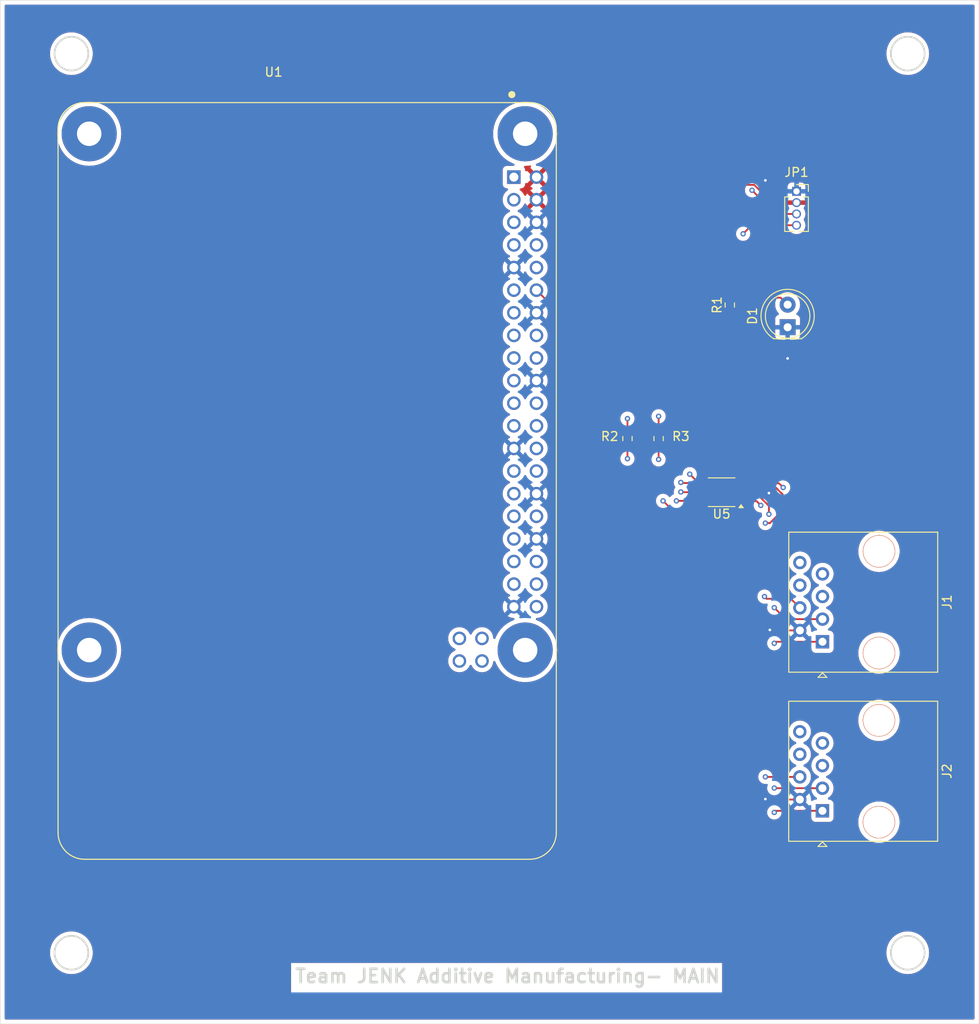
<source format=kicad_pcb>
(kicad_pcb (version 20240108) (generator "pcbnew") (generator_version "8.0")
  (title_block (title "Team JENK- Additive Manufacturing- Main") (date "2025-04-30") (rev "1") (company "Designed By: Evan Newcorn"))
  (layers (0 "F.Cu" signal "F.Cu (5V)") (1 "In1.Cu" signal "In1.Cu(3.3V)") (2 "In2.Cu" signal "In2.Cu(Signal)") (31 "B.Cu" signal "B.Cu (GND)") (34 "B.Paste" user) (35 "F.Paste" user) (36 "B.SilkS" user "B.Silkscreen") (37 "F.SilkS" user "F.Silkscreen") (38 "B.Mask" user) (39 "F.Mask" user) (44 "Edge.Cuts" user))
  (net 0 "")
  (net 1 "GND")
  (net 40 "/SCL")
  (net 41 "/3.3V")
  (net 42 "/5V")
  (net 44 "/SDA")
  (net 45 "/RDY")
  (net 46 "Net-(D1-A)")
  (net 48 "Net-(U1-GPIO18{slash}GPIO_GEN1)")
  (footprint "Package_SO:MSOP-10-1EP_3x3mm_P0.5mm_EP1.68x1.88mm" (layer "F.Cu") (at 143.0775 100.2675 180)
    (property "Reference" "U5" (at 0 -2.45 0) (layer "F.SilkS"))
    (property "Value" "ADS1115")
    (fp_line (start 0 1.61) (end 1.5 1.61) (stroke (width 0.12)) (layer "F.SilkS"))
    (fp_line (start 0 1.61) (end -1.5 1.61) (stroke (width 0.12)) (layer "F.SilkS"))
    (fp_line (start 0 -1.61) (end 1.5 -1.61) (stroke (width 0.12)) (layer "F.SilkS"))
    (fp_line (start 0 -1.61) (end -1.5 -1.61) (stroke (width 0.12)) (layer "F.SilkS"))
    (fp_poly (pts (xy -2.1875 -1.41) (xy -2.4275 -1.74) (xy -1.9475 -1.74) (xy -2.1875 -1.41)) (stroke (width 0.12)) (fill solid) (layer "F.SilkS"))
    (pad "1" smd roundrect (at -2.15 -1 180) (size 1.45 0.3) (layers "F.Cu" "F.Paste" "F.Mask") (net 41 "/3.3V"))
    (pad "2" smd roundrect (at -2.15 -0.5 180) (size 1.45 0.3) (layers "F.Cu" "F.Paste" "F.Mask") (net 45 "/RDY"))
    (pad "3" smd roundrect (at -2.15 0 180) (size 1.45 0.3) (layers "F.Cu" "F.Paste" "F.Mask") (net 1 "GND"))
    (pad "4" smd roundrect (at -2.15 0.5 180) (size 1.45 0.3) (layers "F.Cu" "F.Paste" "F.Mask") (net 40 "/SCL"))
    (pad "5" smd roundrect (at -2.15 1 180) (size 1.45 0.3) (layers "F.Cu" "F.Paste" "F.Mask") (net 44 "/SDA"))
    (pad "6" smd roundrect (at 2.15 1 180) (size 1.45 0.3) (layers "F.Cu" "F.Paste" "F.Mask") (net 40 "/SCL"))
    (pad "7" smd roundrect (at 2.15 0.5 180) (size 1.45 0.3) (layers "F.Cu" "F.Paste" "F.Mask") (net 44 "/SDA"))
    (pad "8" smd roundrect (at 2.15 0 180) (size 1.45 0.3) (layers "F.Cu" "F.Paste" "F.Mask") (net 41 "/3.3V"))
    (pad "9" smd roundrect (at 2.15 -0.5 180) (size 1.45 0.3) (layers "F.Cu" "F.Paste" "F.Mask") (net 44 "/SDA"))
    (pad "10" smd roundrect (at 2.15 -1 180) (size 1.45 0.3) (layers "F.Cu" "F.Paste" "F.Mask") (net 40 "/SCL"))
    (pad "11" smd rect (at 0 0 180) (size 1.68 1.88) (property pad_prop_heatsink) (layers "F.Cu" "F.Mask"))
  )
  (footprint "Connector_RJ:RJ45_OST_PJ012-8P8CX_Vertical" (layer "F.Cu") (at 154.4175 117.065 90)
    (property "Reference" "J1" (at 4.45 14 90) (layer "F.SilkS"))
    (property "Value" "RJ45")
    (fp_line (start 12.31 -3.79) (end 12.31 12.95) (stroke (width 0.12)) (layer "F.SilkS"))
    (fp_line (start 12.3 -3.79) (end -3.42 -3.79) (stroke (width 0.12)) (layer "F.SilkS"))
    (fp_line (start -3.42 -3.79) (end -3.42 12.95) (stroke (width 0.12)) (layer "F.SilkS"))
    (fp_line (start -4 -0.5) (end -4 0.5) (stroke (width 0.12)) (layer "F.SilkS"))
    (fp_line (start -3.5 0) (end -4 -0.5) (stroke (width 0.12)) (layer "F.SilkS"))
    (fp_line (start -4 0.5) (end -3.5 0) (stroke (width 0.12)) (layer "F.SilkS"))
    (fp_line (start 12.31 12.95) (end -3.42 12.95) (stroke (width 0.12)) (layer "F.SilkS"))
    (pad "" np_thru_hole circle (at -1.27 6.35 90) (size 3.65 3.65) (drill 3.45) (layers "*.Cu" "*.SilkS" "*.Mask"))
    (pad "" np_thru_hole circle (at 10.16 6.35 90) (size 3.65 3.65) (drill 3.45) (layers "*.Cu" "*.SilkS" "*.Mask"))
    (pad "1" thru_hole rect (at 0 0 90) (size 1.5 1.5) (drill 0.9) (layers "*.Cu" "*.Mask") (net 41 "/3.3V"))
    (pad "2" thru_hole circle (at 1.27 -2.54 90) (size 1.5 1.5) (drill 0.9) (layers "*.Cu" "*.Mask") (net 1 "GND"))
    (pad "3" thru_hole circle (at 2.54 0 90) (size 1.5 1.5) (drill 0.9) (layers "*.Cu" "*.Mask") (net 44 "/SDA"))
    (pad "4" thru_hole circle (at 3.81 -2.54 90) (size 1.5 1.5) (drill 0.9) (layers "*.Cu" "*.Mask") (net 40 "/SCL"))
    (pad "5" thru_hole circle (at 5.08 0 90) (size 1.5 1.5) (drill 0.9) (layers "*.Cu" "*.Mask"))
    (pad "6" thru_hole circle (at 6.35 -2.54 90) (size 1.5 1.5) (drill 0.9) (layers "*.Cu" "*.Mask"))
    (pad "7" thru_hole circle (at 7.62 0 90) (size 1.5 1.5) (drill 0.9) (layers "*.Cu" "*.Mask"))
    (pad "8" thru_hole circle (at 8.89 -2.54 90) (size 1.5 1.5) (drill 0.9) (layers "*.Cu" "*.Mask"))
  )
  (footprint "RASPBERRY_PI_4B_4GB (1):MODULE_RASPBERRY_PI_4B_4GB" (layer "F.Cu") (at 96.5 99 -90)
    (property "Reference" "U1" (at -45.93 3.77 180) (layer "F.SilkS"))
    (property "Value" "RASPBERRY_PI_5_4GB")
    (fp_line (start -39.5 28) (end 39.5 28) (stroke (width 0.127)) (layer "F.SilkS"))
    (fp_line (start 42.5 25) (end 42.5 -25) (stroke (width 0.127)) (layer "F.SilkS"))
    (fp_line (start -42.5 -25) (end -42.5 25) (stroke (width 0.127)) (layer "F.SilkS"))
    (fp_line (start 39.5 -28) (end -39.5 -28) (stroke (width 0.127)) (layer "F.SilkS"))
    (fp_arc (start -39.5 28) (mid -41.62132 27.12132) (end -42.5 25) (stroke (width 0.127)) (layer "F.SilkS"))
    (fp_arc (start 42.5 25) (mid 41.62132 27.12132) (end 39.5 28) (stroke (width 0.127)) (layer "F.SilkS"))
    (fp_arc (start -42.5 -25) (mid -41.62132 -27.12132) (end -39.5 -28) (stroke (width 0.127)) (layer "F.SilkS"))
    (fp_arc (start 39.5 -28) (mid 41.62132 -27.12132) (end 42.5 -25) (stroke (width 0.127)) (layer "F.SilkS"))
    (fp_circle (center -43.4 -23) (end -43.2 -23) (stroke (width 0.4)) (fill none) (layer "F.SilkS"))
    (pad "1" thru_hole rect (at -34.13 -23.23 270) (size 1.524 1.524) (drill 1.016) (layers "*.Cu" "*.Mask") (net 41 "/3.3V"))
    (pad "2" thru_hole circle (at -34.13 -25.77 270) (size 1.524 1.524) (drill 1.016) (layers "*.Cu" "*.Mask") (net 42 "/5V"))
    (pad "3" thru_hole circle (at -31.59 -23.23 270) (size 1.524 1.524) (drill 1.016) (layers "*.Cu" "*.Mask") (net 44 "/SDA"))
    (pad "4" thru_hole circle (at -31.59 -25.77 270) (size 1.524 1.524) (drill 1.016) (layers "*.Cu" "*.Mask") (net 42 "/5V"))
    (pad "5" thru_hole circle (at -29.05 -23.23 270) (size 1.524 1.524) (drill 1.016) (layers "*.Cu" "*.Mask") (net 40 "/SCL"))
    (pad "6" thru_hole circle (at -29.05 -25.77 270) (size 1.524 1.524) (drill 1.016) (layers "*.Cu" "*.Mask") (net 1 "GND"))
    (pad "7" thru_hole circle (at -26.51 -23.23 270) (size 1.524 1.524) (drill 1.016) (layers "*.Cu" "*.Mask"))
    (pad "8" thru_hole circle (at -26.51 -25.77 270) (size 1.524 1.524) (drill 1.016) (layers "*.Cu" "*.Mask"))
    (pad "9" thru_hole circle (at -23.97 -23.23 270) (size 1.524 1.524) (drill 1.016) (layers "*.Cu" "*.Mask") (net 1 "GND"))
    (pad "10" thru_hole circle (at -23.97 -25.77 270) (size 1.524 1.524) (drill 1.016) (layers "*.Cu" "*.Mask"))
    (pad "11" thru_hole circle (at -21.43 -23.23 270) (size 1.524 1.524) (drill 1.016) (layers "*.Cu" "*.Mask") (net 45 "/RDY"))
    (pad "12" thru_hole circle (at -21.43 -25.77 270) (size 1.524 1.524) (drill 1.016) (layers "*.Cu" "*.Mask") (net 48 "Net-(U1-GPIO18{slash}GPIO_GEN1)"))
    (pad "13" thru_hole circle (at -18.89 -23.23 270) (size 1.524 1.524) (drill 1.016) (layers "*.Cu" "*.Mask"))
    (pad "14" thru_hole circle (at -18.89 -25.77 270) (size 1.524 1.524) (drill 1.016) (layers "*.Cu" "*.Mask") (net 1 "GND"))
    (pad "15" thru_hole circle (at -16.35 -23.23 270) (size 1.524 1.524) (drill 1.016) (layers "*.Cu" "*.Mask"))
    (pad "16" thru_hole circle (at -16.35 -25.77 270) (size 1.524 1.524) (drill 1.016) (layers "*.Cu" "*.Mask"))
    (pad "17" thru_hole circle (at -13.81 -23.23 270) (size 1.524 1.524) (drill 1.016) (layers "*.Cu" "*.Mask") (net 41 "/3.3V"))
    (pad "18" thru_hole circle (at -13.81 -25.77 270) (size 1.524 1.524) (drill 1.016) (layers "*.Cu" "*.Mask"))
    (pad "19" thru_hole circle (at -11.27 -23.23 270) (size 1.524 1.524) (drill 1.016) (layers "*.Cu" "*.Mask"))
    (pad "20" thru_hole circle (at -11.27 -25.77 270) (size 1.524 1.524) (drill 1.016) (layers "*.Cu" "*.Mask") (net 1 "GND"))
    (pad "21" thru_hole circle (at -8.73 -23.23 270) (size 1.524 1.524) (drill 1.016) (layers "*.Cu" "*.Mask"))
    (pad "22" thru_hole circle (at -8.73 -25.77 270) (size 1.524 1.524) (drill 1.016) (layers "*.Cu" "*.Mask"))
    (pad "23" thru_hole circle (at -6.19 -23.23 270) (size 1.524 1.524) (drill 1.016) (layers "*.Cu" "*.Mask"))
    (pad "24" thru_hole circle (at -6.19 -25.77 270) (size 1.524 1.524) (drill 1.016) (layers "*.Cu" "*.Mask"))
    (pad "25" thru_hole circle (at -3.65 -23.23 270) (size 1.524 1.524) (drill 1.016) (layers "*.Cu" "*.Mask") (net 1 "GND"))
    (pad "26" thru_hole circle (at -3.65 -25.77 270) (size 1.524 1.524) (drill 1.016) (layers "*.Cu" "*.Mask"))
    (pad "27" thru_hole circle (at -1.11 -23.23 270) (size 1.524 1.524) (drill 1.016) (layers "*.Cu" "*.Mask"))
    (pad "28" thru_hole circle (at -1.11 -25.77 270) (size 1.524 1.524) (drill 1.016) (layers "*.Cu" "*.Mask"))
    (pad "29" thru_hole circle (at 1.43 -23.23 270) (size 1.524 1.524) (drill 1.016) (layers "*.Cu" "*.Mask"))
    (pad "30" thru_hole circle (at 1.43 -25.77 270) (size 1.524 1.524) (drill 1.016) (layers "*.Cu" "*.Mask") (net 1 "GND"))
    (pad "31" thru_hole circle (at 3.97 -23.23 270) (size 1.524 1.524) (drill 1.016) (layers "*.Cu" "*.Mask"))
    (pad "32" thru_hole circle (at 3.97 -25.77 270) (size 1.524 1.524) (drill 1.016) (layers "*.Cu" "*.Mask"))
    (pad "33" thru_hole circle (at 6.51 -23.23 270) (size 1.524 1.524) (drill 1.016) (layers "*.Cu" "*.Mask"))
    (pad "34" thru_hole circle (at 6.51 -25.77 270) (size 1.524 1.524) (drill 1.016) (layers "*.Cu" "*.Mask") (net 1 "GND"))
    (pad "35" thru_hole circle (at 9.05 -23.23 270) (size 1.524 1.524) (drill 1.016) (layers "*.Cu" "*.Mask"))
    (pad "36" thru_hole circle (at 9.05 -25.77 270) (size 1.524 1.524) (drill 1.016) (layers "*.Cu" "*.Mask"))
    (pad "37" thru_hole circle (at 11.59 -23.23 270) (size 1.524 1.524) (drill 1.016) (layers "*.Cu" "*.Mask"))
    (pad "38" thru_hole circle (at 11.59 -25.77 270) (size 1.524 1.524) (drill 1.016) (layers "*.Cu" "*.Mask"))
    (pad "39" thru_hole circle (at 14.13 -23.23 270) (size 1.524 1.524) (drill 1.016) (layers "*.Cu" "*.Mask") (net 1 "GND"))
    (pad "40" thru_hole circle (at 14.13 -25.77 270) (size 1.524 1.524) (drill 1.016) (layers "*.Cu" "*.Mask"))
    (pad "41" thru_hole circle (at 20.23 -17.107 270) (size 1.524 1.524) (drill 1.016) (layers "*.Cu" "*.Mask"))
    (pad "42" thru_hole circle (at 20.23 -19.647 270) (size 1.524 1.524) (drill 1.016) (layers "*.Cu" "*.Mask"))
    (pad "43" thru_hole circle (at 17.69 -17.107 270) (size 1.524 1.524) (drill 1.016) (layers "*.Cu" "*.Mask"))
    (pad "44" thru_hole circle (at 17.69 -19.647 270) (size 1.524 1.524) (drill 1.016) (layers "*.Cu" "*.Mask"))
    (pad "S1" thru_hole circle (at -39 -24.5 270) (size 6.2 6.2) (drill 2.75) (layers "*.Cu" "*.Mask"))
    (pad "S2" thru_hole circle (at 19 -24.5 270) (size 6.2 6.2) (drill 2.75) (layers "*.Cu" "*.Mask"))
    (pad "S3" thru_hole circle (at 19 24.5 270) (size 6.2 6.2) (drill 2.75) (layers "*.Cu" "*.Mask"))
    (pad "S4" thru_hole circle (at -39 24.5 270) (size 6.2 6.2) (drill 2.75) (layers "*.Cu" "*.Mask"))
  )
  (footprint "Resistor_SMD:R_0603_1608Metric" (layer "F.Cu") (at 143.9975 79.2375 90)
    (property "Reference" "R1" (at 0 -1.43 90) (layer "F.SilkS"))
    (property "Value" "100")
    (fp_line (start -0.237258 -0.5225) (end 0.237258 -0.5225) (stroke (width 0.12)) (layer "F.SilkS"))
    (fp_line (start -0.237258 0.5225) (end 0.237258 0.5225) (stroke (width 0.12)) (layer "F.SilkS"))
    (pad "1" smd roundrect (at -0.825 0 90) (size 0.8 0.95) (layers "F.Cu" "F.Paste" "F.Mask") (net 48 "Net-(U1-GPIO18{slash}GPIO_GEN1)"))
    (pad "2" smd roundrect (at 0.825 0 90) (size 0.8 0.95) (layers "F.Cu" "F.Paste" "F.Mask") (net 46 "Net-(D1-A)"))
  )
  (footprint "Resistor_SMD:R_0603_1608Metric" (layer "F.Cu") (at 132.4975 94.2375 -90)
    (property "Reference" "R2" (at -0.2375 1.9975 0) (layer "F.SilkS"))
    (property "Value" "4.7k")
    (fp_line (start -0.237258 0.5225) (end 0.237258 0.5225) (stroke (width 0.12)) (layer "F.SilkS"))
    (fp_line (start -0.237258 -0.5225) (end 0.237258 -0.5225) (stroke (width 0.12)) (layer "F.SilkS"))
    (pad "1" smd roundrect (at -0.825 0 270) (size 0.8 0.95) (layers "F.Cu" "F.Paste" "F.Mask") (net 40 "/SCL"))
    (pad "2" smd roundrect (at 0.825 0 270) (size 0.8 0.95) (layers "F.Cu" "F.Paste" "F.Mask") (net 41 "/3.3V"))
  )
  (footprint "Connector_PinSocket_1.27mm:PinSocket_1x04_P1.27mm_Vertical" (layer "F.Cu") (at 151.4975 66.4675)
    (property "Reference" "JP1" (at 0 -2.135 0) (layer "F.SilkS"))
    (property "Value" "LCD1602")
    (fp_line (start -1.33 0.635) (end -1.33 4.505) (stroke (width 0.12)) (layer "F.SilkS"))
    (fp_line (start -1.33 0.635) (end -0.76 0.635) (stroke (width 0.12)) (layer "F.SilkS"))
    (fp_line (start -1.33 4.505) (end -0.30753 4.505) (stroke (width 0.12)) (layer "F.SilkS"))
    (fp_line (start 0 -0.76) (end 1.33 -0.76) (stroke (width 0.12)) (layer "F.SilkS"))
    (fp_line (start 0.30753 4.505) (end 1.33 4.505) (stroke (width 0.12)) (layer "F.SilkS"))
    (fp_line (start 0.76 0.635) (end 1.33 0.635) (stroke (width 0.12)) (layer "F.SilkS"))
    (fp_line (start 1.33 -0.76) (end 1.33 0) (stroke (width 0.12)) (layer "F.SilkS"))
    (fp_line (start 1.33 0.635) (end 1.33 4.505) (stroke (width 0.12)) (layer "F.SilkS"))
    (pad "1" thru_hole rect (at 0 0) (size 1 1) (drill 0.7) (layers "*.Cu" "*.Mask") (net 1 "GND"))
    (pad "2" thru_hole oval (at 0 1.27) (size 1 1) (drill 0.7) (layers "*.Cu" "*.Mask") (net 42 "/5V"))
    (pad "3" thru_hole oval (at 0 2.54) (size 1 1) (drill 0.7) (layers "*.Cu" "*.Mask") (net 44 "/SDA"))
    (pad "4" thru_hole oval (at 0 3.81) (size 1 1) (drill 0.7) (layers "*.Cu" "*.Mask") (net 40 "/SCL"))
  )
  (footprint "Resistor_SMD:R_0603_1608Metric" (layer "F.Cu") (at 135.9975 94.2475 -90)
    (property "Reference" "R3" (at -0.2475 -2.5025 360) (layer "F.SilkS"))
    (property "Value" "4.7k")
    (fp_line (start -0.237258 0.5225) (end 0.237258 0.5225) (stroke (width 0.12)) (layer "F.SilkS"))
    (fp_line (start -0.237258 -0.5225) (end 0.237258 -0.5225) (stroke (width 0.12)) (layer "F.SilkS"))
    (pad "1" smd roundrect (at -0.825 0 270) (size 0.8 0.95) (layers "F.Cu" "F.Paste" "F.Mask") (net 44 "/SDA"))
    (pad "2" smd roundrect (at 0.825 0 270) (size 0.8 0.95) (layers "F.Cu" "F.Paste" "F.Mask") (net 41 "/3.3V"))
  )
  (footprint "LED_THT:LED_D5.0mm" (layer "F.Cu") (at 150.4975 81.7375 90)
    (property "Reference" "D1" (at 1.27 -3.96 90) (layer "F.SilkS"))
    (property "Value" "LED")
    (fp_line (start -1.29 -1.545) (end -1.29 1.545) (stroke (width 0.12)) (layer "F.SilkS"))
    (fp_arc (start -1.29 -1.54483) (mid 2.072002 -2.880433) (end 4.26 0.000462) (stroke (width 0.12)) (layer "F.SilkS"))
    (fp_arc (start 4.26 -0.000462) (mid 2.072002 2.880433) (end -1.29 1.54483) (stroke (width 0.12)) (layer "F.SilkS"))
    (fp_circle (center 1.27 0) (end 3.77 0) (stroke (width 0.12)) (fill none) (layer "F.SilkS"))
    (pad "1" thru_hole rect (at 0 0 90) (size 1.8 1.8) (drill 0.9) (layers "*.Cu" "*.Mask") (net 1 "GND"))
    (pad "2" thru_hole circle (at 2.54 0 90) (size 1.8 1.8) (drill 0.9) (layers "*.Cu" "*.Mask") (net 46 "Net-(D1-A)"))
  )
  (footprint "Connector_RJ:RJ45_OST_PJ012-8P8CX_Vertical" (layer "F.Cu") (at 154.410982 136.058271 90)
    (property "Reference" "J2" (at 4.45 14 90) (layer "F.SilkS"))
    (property "Value" "RJ45")
    (fp_line (start 12.31 -3.79) (end 12.31 12.95) (stroke (width 0.12)) (layer "F.SilkS"))
    (fp_line (start 12.3 -3.79) (end -3.42 -3.79) (stroke (width 0.12)) (layer "F.SilkS"))
    (fp_line (start -3.42 -3.79) (end -3.42 12.95) (stroke (width 0.12)) (layer "F.SilkS"))
    (fp_line (start -4 -0.5) (end -4 0.5) (stroke (width 0.12)) (layer "F.SilkS"))
    (fp_line (start -3.5 0) (end -4 -0.5) (stroke (width 0.12)) (layer "F.SilkS"))
    (fp_line (start -4 0.5) (end -3.5 0) (stroke (width 0.12)) (layer "F.SilkS"))
    (fp_line (start 12.31 12.95) (end -3.42 12.95) (stroke (width 0.12)) (layer "F.SilkS"))
    (pad "" np_thru_hole circle (at -1.27 6.35 90) (size 3.65 3.65) (drill 3.45) (layers "*.Cu" "*.SilkS" "*.Mask"))
    (pad "" np_thru_hole circle (at 10.16 6.35 90) (size 3.65 3.65) (drill 3.45) (layers "*.Cu" "*.SilkS" "*.Mask"))
    (pad "1" thru_hole rect (at 0 0 90) (size 1.5 1.5) (drill 0.9) (layers "*.Cu" "*.Mask") (net 41 "/3.3V"))
    (pad "2" thru_hole circle (at 1.27 -2.54 90) (size 1.5 1.5) (drill 0.9) (layers "*.Cu" "*.Mask") (net 1 "GND"))
    (pad "3" thru_hole circle (at 2.54 0 90) (size 1.5 1.5) (drill 0.9) (layers "*.Cu" "*.Mask") (net 44 "/SDA"))
    (pad "4" thru_hole circle (at 3.81 -2.54 90) (size 1.5 1.5) (drill 0.9) (layers "*.Cu" "*.Mask") (net 40 "/SCL"))
    (pad "5" thru_hole circle (at 5.08 0 90) (size 1.5 1.5) (drill 0.9) (layers "*.Cu" "*.Mask"))
    (pad "6" thru_hole circle (at 6.35 -2.54 90) (size 1.5 1.5) (drill 0.9) (layers "*.Cu" "*.Mask"))
    (pad "7" thru_hole circle (at 7.62 0 90) (size 1.5 1.5) (drill 0.9) (layers "*.Cu" "*.Mask"))
    (pad "8" thru_hole circle (at 8.89 -2.54 90) (size 1.5 1.5) (drill 0.9) (layers "*.Cu" "*.Mask"))
  )
  (gr_circle (center 164 51) (end 165.9 51) (stroke (width 0.2)) (fill none) (layer "Edge.Cuts"))
  (gr_line (start 62 160) (end 62 45) (stroke (width 0.05)) (layer "Edge.Cuts"))
  (gr_line (start 62 45) (end 172 45) (stroke (width 0.05)) (layer "Edge.Cuts"))
  (gr_line (start 172 45) (end 172 160) (stroke (width 0.05)) (layer "Edge.Cuts"))
  (gr_line (start 172 160) (end 62 160) (stroke (width 0.05)) (layer "Edge.Cuts"))
  (gr_circle (center 164 152) (end 165.9 152) (stroke (width 0.2)) (fill none) (layer "Edge.Cuts"))
  (gr_circle (center 70 152) (end 71.9 152) (stroke (width 0.2)) (fill none) (layer "Edge.Cuts"))
  (gr_circle (center 70 51) (end 71.9 51) (stroke (width 0.2)) (fill none) (layer "Edge.Cuts"))
  (gr_text "Team JENK Additive Manufacturing- MAIN" (at 95 155.5 0) (layer "Edge.Cuts") (effects (font (size 1.5 1.5) (thickness 0.3) (bold yes)) (justify left bottom)))
  (segment (start 148.048271 134.788271) (end 147.9975 134.7375) (width 0.2) (layer "F.Cu") (net 1))
  (segment (start 151.8775 115.795) (end 148.555 115.795) (width 0.2) (layer "F.Cu") (net 1))
  (segment (start 148.3975 100.3675) (end 148.2975 100.2675) (width 0.2) (layer "F.Cu") (net 1))
  (segment (start 150.4975 81.7375) (end 150.4975 85.2375) (width 0.2) (layer "F.Cu") (net 1))
  (segment (start 151.870982 134.788271) (end 148.048271 134.788271) (width 0.2) (layer "F.Cu") (net 1))
  (segment (start 148.2975 100.2675) (end 145.2275 100.2675) (width 0.2) (layer "F.Cu") (net 1))
  (segment (start 148.555 115.795) (end 148.4975 115.7375) (width 0.2) (layer "F.Cu") (net 1))
  (segment (start 151.4975 66.4675) (end 149.2275 66.4675) (width 0.2) (layer "F.Cu") (net 1))
  (segment (start 149.2275 66.4675) (end 147.9975 65.2375) (width 0.2) (layer "F.Cu") (net 1))
  (via (at 148.3975 100.3675) (size 0.6) (drill 0.3) (layers "F.Cu" "B.Cu") (net 1))
  (via (at 148.4975 115.7375) (size 0.6) (drill 0.3) (layers "F.Cu" "B.Cu") (net 1))
  (via (at 147.9975 65.2375) (size 0.6) (drill 0.3) (layers "F.Cu" "B.Cu") (net 1))
  (via (at 147.9975 134.7375) (size 0.6) (drill 0.3) (layers "F.Cu" "B.Cu") (net 1))
  (via (at 150.4975 85.2375) (size 0.6) (drill 0.3) (layers "F.Cu" "B.Cu") (net 1))
  (segment (start 146.9975 117.2375) (end 148.4975 115.7375) (width 0.2) (layer "B.Cu") (net 1))
  (segment (start 146.9975 133.7375) (end 146.9975 117.2375) (width 0.2) (layer "B.Cu") (net 1))
  (segment (start 147.9975 134.7375) (end 146.9975 133.7375) (width 0.2) (layer "B.Cu") (net 1))
  (segment (start 149.93 102.305) (end 149.93 100.5) (width 0.2) (layer "F.Cu") (net 40))
  (segment (start 150.86 112.2375) (end 151.8775 113.255) (width 0.2) (layer "F.Cu") (net 40))
  (segment (start 149.1975 99.7675) (end 145.2275 99.7675) (width 0.2) (layer "F.Cu") (net 40))
  (segment (start 148.4975 103.7375) (end 149.93 102.305) (width 0.2) (layer "F.Cu") (net 40))
  (segment (start 149.748971 100.3375) (end 149.3975 99.986029) (width 0.2) (layer "F.Cu") (net 40))
  (segment (start 139.9575 102.2375) (end 140.9275 101.2675) (width 0.2) (layer "F.Cu") (net 40))
  (segment (start 145.4975 71.2375) (end 146.4575 70.2775) (width 0.2) (layer "F.Cu") (net 40))
  (segment (start 149.3975 99.9675) (end 149.1975 99.7675) (width 0.2) (layer "F.Cu") (net 40))
  (segment (start 136.4975 101.2375) (end 137.4975 102.2375) (width 0.2) (layer "F.Cu") (net 40))
  (segment (start 146.4575 70.2775) (end 151.4975 70.2775) (width 0.2) (layer "F.Cu") (net 40))
  (segment (start 140.5275 99.2675) (end 139.4975 98.2375) (width 0.2) (layer "F.Cu") (net 40))
  (segment (start 148.1475 112.2375) (end 150.86 112.2375) (width 0.2) (layer "F.Cu") (net 40))
  (segment (start 147.9975 132.2375) (end 148.008271 132.248271) (width 0.2) (layer "F.Cu") (net 40))
  (segment (start 147.8975 111.9875) (end 148.1475 112.2375) (width 0.2) (layer "F.Cu") (net 40))
  (segment (start 149.93 100.5) (end 149.7675 100.3375) (width 0.2) (layer "F.Cu") (net 40))
  (segment (start 132.4975 92) (end 132.4975 93.7275) (width 0.2) (layer "F.Cu") (net 40))
  (segment (start 147.9975 103.7375) (end 148.4975 103.7375) (width 0.2) (layer "F.Cu") (net 40))
  (segment (start 149.7675 100.3375) (end 149.748971 100.3375) (width 0.2) (layer "F.Cu") (net 40))
  (segment (start 137.4975 102.2375) (end 139.9575 102.2375) (width 0.2) (layer "F.Cu") (net 40))
  (segment (start 149.3975 99.986029) (end 149.3975 99.9675) (width 0.2) (layer "F.Cu") (net 40))
  (segment (start 148.008271 132.248271) (end 151.870982 132.248271) (width 0.2) (layer "F.Cu") (net 40))
  (segment (start 140.9275 99.2675) (end 140.5275 99.2675) (width 0.2) (layer "F.Cu") (net 40))
  (via (at 147.9975 132.2375) (size 0.6) (drill 0.3) (layers "F.Cu" "B.Cu") (net 40))
  (via (at 147.8975 111.9875) (size 0.6) (drill 0.3) (layers "F.Cu" "B.Cu") (net 40))
  (via (at 145.4975 71.2375) (size 0.6) (drill 0.3) (layers "F.Cu" "B.Cu") (net 40))
  (via (at 132.4975 92) (size 0.6) (drill 0.3) (layers "F.Cu" "B.Cu") (net 40))
  (via (at 147.9975 103.7375) (size 0.6) (drill 0.3) (layers "F.Cu" "B.Cu") (net 40))
  (via (at 136.4975 101.2375) (size 0.6) (drill 0.3) (layers "F.Cu" "B.Cu") (net 40))
  (via (at 139.4975 98.2375) (size 0.6) (drill 0.3) (layers "F.Cu" "B.Cu") (net 40))
  (segment (start 154.410982 136.058271) (end 149.176729 136.058271) (width 0.2) (layer "F.Cu") (net 41))
  (segment (start 140.9275 100.2675) (end 138.5275 100.2675) (width 0.2) (layer "F.Cu") (net 41))
  (segment (start 154.4175 117.065) (end 149.17 117.065) (width 0.2) (layer "F.Cu") (net 41))
  (segment (start 149.176729 136.058271) (end 148.9975 136.2375) (width 0.2) (layer "F.Cu") (net 41))
  (segment (start 147.48693 101.74807) (end 147.00636 101.2675) (width 0.2) (layer "F.Cu") (net 41))
  (segment (start 132.4975 94.7475) (end 132.4975 96.5) (width 0.2) (layer "F.Cu") (net 41))
  (segment (start 149.17 117.065) (end 148.9975 117.2375) (width 0.2) (layer "F.Cu") (net 41))
  (segment (start 147.00636 101.2675) (end 145.2275 101.2675) (width 0.2) (layer "F.Cu") (net 41))
  (segment (start 135.9975 94.7575) (end 135.9975 96.585522) (width 0.2) (layer "F.Cu") (net 41))
  (segment (start 138.5275 100.2675) (end 138.4975 100.2375) (width 0.2) (layer "F.Cu") (net 41))
  (via (at 147.48693 101.74807) (size 0.6) (drill 0.3) (layers "F.Cu" "B.Cu") (net 41))
  (via (at 135.9975 96.585522) (size 0.6) (drill 0.3) (layers "F.Cu" "B.Cu") (net 41))
  (via (at 148.9975 117.2375) (size 0.6) (drill 0.3) (layers "F.Cu" "B.Cu") (net 41))
  (via (at 138.4975 100.2375) (size 0.6) (drill 0.3) (layers "F.Cu" "B.Cu") (net 41))
  (via (at 132.4975 96.5) (size 0.6) (drill 0.3) (layers "F.Cu" "B.Cu") (net 41))
  (via (at 148.9975 136.2375) (size 0.6) (drill 0.3) (layers "F.Cu" "B.Cu") (net 41))
  (segment (start 148.735529 67.7375) (end 146.735529 65.7375) (width 0.2) (layer "F.Cu") (net 42))
  (segment (start 123.1375 65.7375) (end 122.27 64.87) (width 0.2) (layer "F.Cu") (net 42))
  (segment (start 151.4975 67.7375) (end 148.735529 67.7375) (width 0.2) (layer "F.Cu") (net 42))
  (segment (start 146.735529 65.7375) (end 123.1375 65.7375) (width 0.2) (layer "F.Cu") (net 42))
  (segment (start 149.157 69.0075) (end 146.4975 66.348) (width 0.2) (layer "F.Cu") (net 44))
  (segment (start 140.9275 100.7675) (end 139.9275 100.7675) (width 0.2) (layer "F.Cu") (net 44))
  (segment (start 139.4575 101.2375) (end 139.9275 100.7675) (width 0.2) (layer "F.Cu") (net 44))
  (segment (start 138.5675 99.2375) (end 139.64009 99.2375) (width 0.2) (layer "F.Cu") (net 44))
  (segment (start 138.4975 99.1675) (end 138.5675 99.2375) (width 0.2) (layer "F.Cu") (net 44))
  (segment (start 149.018271 133.518271) (end 149 133.5) (width 0.2) (layer "F.Cu") (net 44))
  (segment (start 149.5275 99.2675) (end 145.2275 99.2675) (width 0.2) (layer "F.Cu") (net 44))
  (segment (start 150.285 114.525) (end 154.4175 114.525) (width 0.2) (layer "F.Cu") (net 44))
  (segment (start 149.9975 99.7375) (end 149.5275 99.2675) (width 0.2) (layer "F.Cu") (net 44))
  (segment (start 135.9975 91.7375) (end 135.9975 93.7375) (width 0.2) (layer "F.Cu") (net 44))
  (segment (start 139.64009 99.2375) (end 140.17009 99.7675) (width 0.2) (layer "F.Cu") (net 44))
  (segment (start 140.17009 100.7675) (end 140.9275 100.7675) (width 0.2) (layer "F.Cu") (net 44))
  (segment (start 151.4975 69.0075) (end 149.157 69.0075) (width 0.2) (layer "F.Cu") (net 44))
  (segment (start 154.410982 133.518271) (end 149.018271 133.518271) (width 0.2) (layer "F.Cu") (net 44))
  (segment (start 140.17009 99.7675) (end 140.9275 99.7675) (width 0.2) (layer "F.Cu") (net 44))
  (segment (start 137.9975 101.2375) (end 139.4575 101.2375) (width 0.2) (layer "F.Cu") (net 44))
  (segment (start 148.9975 113.2375) (end 150.285 114.525) (width 0.2) (layer "F.Cu") (net 44))
  (via (at 135.9975 91.7375) (size 0.6) (drill 0.3) (layers "F.Cu" "B.Cu") (net 44))
  (via (at 146.4975 66.348) (size 0.6) (drill 0.3) (layers "F.Cu" "B.Cu") (net 44))
  (via (at 137.9975 101.2375) (size 0.6) (drill 0.3) (layers "F.Cu" "B.Cu") (net 44))
  (via (at 138.4975 99.1675) (size 0.6) (drill 0.3) (layers "F.Cu" "B.Cu") (net 44))
  (via (at 149 133.5) (size 0.6) (drill 0.3) (layers "F.Cu" "B.Cu") (net 44))
  (via (at 148.9975 113.2375) (size 0.6) (drill 0.3) (layers "F.Cu" "B.Cu") (net 44))
  (via (at 149.9975 99.7375) (size 0.6) (drill 0.3) (layers "F.Cu" "B.Cu") (net 44))
  (segment (start 148.3975 102.7375) (end 148.3975 101.810111) (width 0.2) (layer "F.Cu") (net 45))
  (segment (start 147.354889 100.7675) (end 145.2275 100.7675) (width 0.2) (layer "F.Cu") (net 45))
  (segment (start 148.3975 101.810111) (end 147.354889 100.7675) (width 0.2) (layer "F.Cu") (net 45))
  (via (at 148.3975 102.7375) (size 0.6) (drill 0.3) (layers "F.Cu" "B.Cu") (net 45))
  (segment (start 143.9975 78.4125) (end 149.7125 78.4125) (width 0.2) (layer "F.Cu") (net 46))
  (segment (start 149.7125 78.4125) (end 150.4975 79.1975) (width 0.2) (layer "F.Cu") (net 46))
  (segment (start 124.7625 80.0625) (end 122.27 77.57) (width 0.2) (layer "F.Cu") (net 48))
  (segment (start 143.9975 80.0625) (end 124.7625 80.0625) (width 0.2) (layer "F.Cu") (net 48))
  (zone (net 42) (net_name "/5V") (layer "F.Cu") (connect_pads (clearance 0.5)) (min_thickness 0.25) (fill yes (thermal_gap 0.5) (thermal_bridge_width 0.5))
    (polygon (pts (xy 172 160) (xy 172 45) (xy 62 45) (xy 62 160)))
  )
  (zone (net 1) (net_name "GND") (layer "B.Cu") (priority 3) (connect_pads (clearance 0.5)) (min_thickness 0.25) (fill yes (thermal_gap 0.5) (thermal_bridge_width 0.5))
    (polygon (pts (xy 172 160) (xy 172 45) (xy 62 45) (xy 62 160)))
  )
)
</source>
